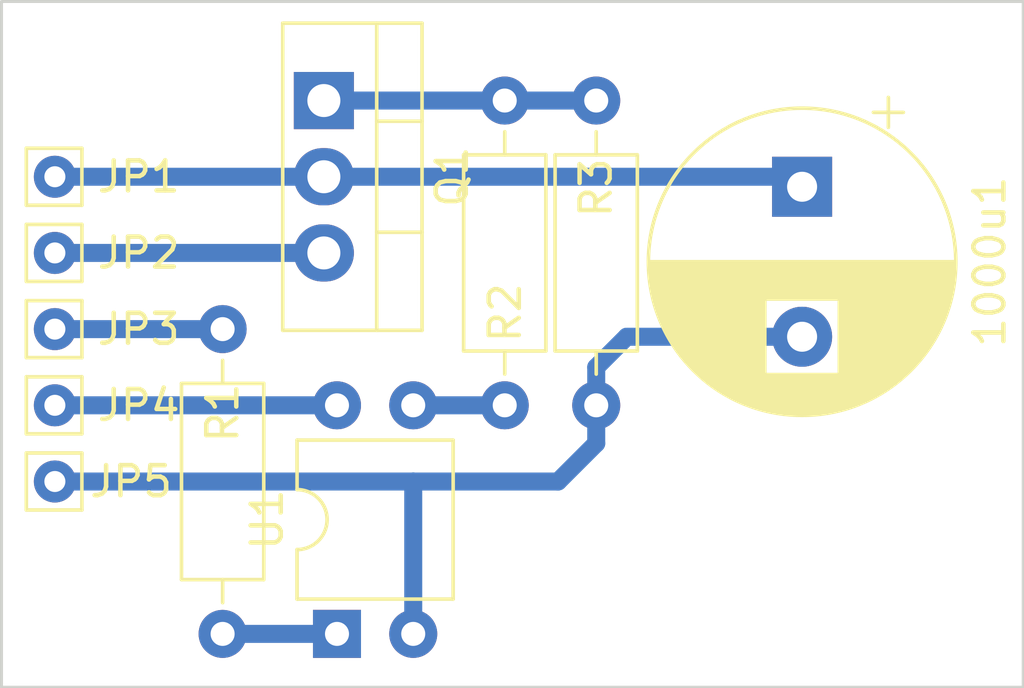
<source format=kicad_pcb>
(kicad_pcb (version 20211014) (generator pcbnew)
  (layers (0 "F.Cu" signal) (31 "B.Cu" signal) (34 "B.Paste" user) (35 "F.Paste" user) (36 "B.SilkS" user "B.Silkscreen") (37 "F.SilkS" user "F.Silkscreen") (38 "B.Mask" user) (39 "F.Mask" user) (44 "Edge.Cuts" user))
  (net 0 "")
  (net 1 "Net-(JP1-Pad1)")
  (net 2 "GND")
  (net 3 "Net-(JP2-Pad1)")
  (net 4 "Net-(JP3-Pad1)")
  (net 5 "Net-(JP4-Pad1)")
  (net 6 "Net-(Q1-Pad1)")
  (net 7 "Net-(R1-Pad2)")
  (net 8 "Net-(R2-Pad1)")
  (footprint "Package_DIP:DIP-4_W7.62mm" (layer "F.Cu") (at 140.97 108.712 90)
    (fp_text reference "U1" (at 3.81 -2.33 90) (layer "F.SilkS"))
    (fp_text value "SFH617A-1" hide)
    (fp_line (start 6.46 -1.33) (end 4.81 -1.33) (layer "F.SilkS") (width 0.12))
    (fp_line (start 1.16 -1.33) (end 1.16 3.87) (layer "F.SilkS") (width 0.12))
    (fp_line (start 2.81 -1.33) (end 1.16 -1.33) (layer "F.SilkS") (width 0.12))
    (fp_line (start 1.16 3.87) (end 6.46 3.87) (layer "F.SilkS") (width 0.12))
    (fp_line (start 6.46 3.87) (end 6.46 -1.33) (layer "F.SilkS") (width 0.12))
    (fp_arc (start 4.81 -1.33) (mid 3.81 -0.33) (end 2.81 -1.33) (layer "F.SilkS") (width 0.12))
    (pad "1" thru_hole rect locked (at 0 0 90) (size 1.6 1.6) (drill 0.8) (layers *.Cu *.Mask) (net 7 "Net-(R1-Pad2)"))
    (pad "2" thru_hole oval locked (at 0 2.54 90) (size 1.6 1.6) (drill 0.8) (layers *.Cu *.Mask) (net 2 "GND"))
    (pad "3" thru_hole oval locked (at 7.62 2.54 90) (size 1.6 1.6) (drill 0.8) (layers *.Cu *.Mask) (net 8 "Net-(R2-Pad1)"))
    (pad "4" thru_hole oval locked (at 7.62 0 90) (size 1.6 1.6) (drill 0.8) (layers *.Cu *.Mask) (net 5 "Net-(JP4-Pad1)"))
  )
  (footprint "Capacitor_THT:CP_Radial_D10.0mm_P5.00mm" (layer "F.Cu") (at 156.464 93.806 -90)
    (fp_text reference "1000u1" (at 2.5 -6.25 90) (layer "F.SilkS"))
    (fp_text value "C_Polarized" hide)
    (fp_line (start 5.221 1.241) (end 5.221 4.298) (layer "F.SilkS") (width 0.12))
    (fp_line (start 7.301 -1.742) (end 7.301 1.742) (layer "F.SilkS") (width 0.12))
    (fp_line (start 4.341 -4.738) (end 4.341 -1.241) (layer "F.SilkS") (width 0.12))
    (fp_line (start 6.141 1.241) (end 6.141 3.561) (layer "F.SilkS") (width 0.12))
    (fp_line (start 4.301 -4.754) (end 4.301 -1.241) (layer "F.SilkS") (width 0.12))
    (fp_line (start 5.501 -4.11) (end 5.501 -1.241) (layer "F.SilkS") (width 0.12))
    (fp_line (start 4.981 -4.44) (end 4.981 -1.241) (layer "F.SilkS") (width 0.12))
    (fp_line (start 6.261 -3.436) (end 6.261 3.436) (layer "F.SilkS") (width 0.12))
    (fp_line (start 7.261 -1.846) (end 7.261 1.846) (layer "F.SilkS") (width 0.12))
    (fp_line (start 5.941 -3.753) (end 5.941 -1.241) (layer "F.SilkS") (width 0.12))
    (fp_line (start 3.981 1.241) (end 3.981 4.862) (layer "F.SilkS") (width 0.12))
    (fp_line (start 3.941 1.241) (end 3.941 4.874) (layer "F.SilkS") (width 0.12))
    (fp_line (start 5.701 -3.957) (end 5.701 -1.241) (layer "F.SilkS") (width 0.12))
    (fp_line (start 6.461 -3.206) (end 6.461 3.206) (layer "F.SilkS") (width 0.12))
    (fp_line (start 6.221 1.241) (end 6.221 3.478) (layer "F.SilkS") (width 0.12))
    (fp_line (start 2.94 -5.062) (end 2.94 5.062) (layer "F.SilkS") (width 0.12))
    (fp_line (start 5.821 1.241) (end 5.821 3.858) (layer "F.SilkS") (width 0.12))
    (fp_line (start 3.301 -5.018) (end 3.301 5.018) (layer "F.SilkS") (width 0.12))
    (fp_line (start 4.221 1.241) (end 4.221 4.783) (layer "F.SilkS") (width 0.12))
    (fp_line (start 5.661 1.241) (end 5.661 3.989) (layer "F.SilkS") (width 0.12))
    (fp_line (start 5.821 -3.858) (end 5.821 -1.241) (layer "F.SilkS") (width 0.12))
    (fp_line (start 6.501 -3.156) (end 6.501 3.156) (layer "F.SilkS") (width 0.12))
    (fp_line (start 2.5 -5.08) (end 2.5 5.08) (layer "F.SilkS") (width 0.12))
    (fp_line (start 6.021 -3.679) (end 6.021 -1.241) (layer "F.SilkS") (width 0.12))
    (fp_line (start 3.661 -4.947) (end 3.661 4.947) (layer "F.SilkS") (width 0.12))
    (fp_line (start 4.781 -4.545) (end 4.781 -1.241) (layer "F.SilkS") (width 0.12))
    (fp_line (start 6.741 -2.83) (end 6.741 2.83) (layer "F.SilkS") (width 0.12))
    (fp_line (start 4.581 -4.639) (end 4.581 -1.241) (layer "F.SilkS") (width 0.12))
    (fp_line (start 4.701 -4.584) (end 4.701 -1.241) (layer "F.SilkS") (width 0.12))
    (fp_line (start 5.421 1.241) (end 5.421 4.166) (layer "F.SilkS") (width 0.12))
    (fp_line (start 4.421 1.241) (end 4.421 4.707) (layer "F.SilkS") (width 0.12))
    (fp_line (start 7.541 -0.862) (end 7.541 0.862) (layer "F.SilkS") (width 0.12))
    (fp_line (start 3.781 1.241) (end 3.781 4.918) (layer "F.SilkS") (width 0.12))
    (fp_line (start 4.981 1.241) (end 4.981 4.44) (layer "F.SilkS") (width 0.12))
    (fp_line (start 4.021 -4.85) (end 4.021 -1.241) (layer "F.SilkS") (width 0.12))
    (fp_line (start 3.861 1.241) (end 3.861 4.897) (layer "F.SilkS") (width 0.12))
    (fp_line (start 4.661 1.241) (end 4.661 4.603) (layer "F.SilkS") (width 0.12))
    (fp_line (start 5.261 1.241) (end 5.261 4.273) (layer "F.SilkS") (width 0.12))
    (fp_line (start 4.221 -4.783) (end 4.221 -1.241) (layer "F.SilkS") (width 0.12))
    (fp_line (start 4.181 -4.797) (end 4.181 -1.241) (layer "F.SilkS") (width 0.12))
    (fp_line (start 5.861 -3.824) (end 5.861 -1.241) (layer "F.SilkS") (width 0.12))
    (fp_line (start 7.381 -1.51) (end 7.381 1.51) (layer "F.SilkS") (width 0.12))
    (fp_line (start 7.061 -2.289) (end 7.061 2.289) (layer "F.SilkS") (width 0.12))
    (fp_line (start 3.14 -5.04) (end 3.14 5.04) (layer "F.SilkS") (width 0.12))
    (fp_line (start 7.141 -2.125) (end 7.141 2.125) (layer "F.SilkS") (width 0.12))
    (fp_line (start 5.181 1.241) (end 5.181 4.323) (layer "F.SilkS") (width 0.12))
    (fp_line (start 3.941 -4.874) (end 3.941 -1.241) (layer "F.SilkS") (width 0.12))
    (fp_line (start 2.62 -5.079) (end 2.62 5.079) (layer "F.SilkS") (width 0.12))
    (fp_line (start 3.861 -4.897) (end 3.861 -1.241) (layer "F.SilkS") (width 0.12))
    (fp_line (start 4.621 1.241) (end 4.621 4.621) (layer "F.SilkS") (width 0.12))
    (fp_line (start 6.221 -3.478) (end 6.221 -1.241) (layer "F.SilkS") (width 0.12))
    (fp_line (start 2.58 -5.08) (end 2.58 5.08) (layer "F.SilkS") (width 0.12))
    (fp_line (start 4.261 -4.768) (end 4.261 -1.241) (layer "F.SilkS") (width 0.12))
    (fp_line (start 5.981 -3.716) (end 5.981 -1.241) (layer "F.SilkS") (width 0.12))
    (fp_line (start 6.541 -3.106) (end 6.541 3.106) (layer "F.SilkS") (width 0.12))
    (fp_line (start 4.941 1.241) (end 4.941 4.462) (layer "F.SilkS") (width 0.12))
    (fp_line (start 5.021 -4.417) (end 5.021 -1.241) (layer "F.SilkS") (width 0.12))
    (fp_line (start 4.701 1.241) (end 4.701 4.584) (layer "F.SilkS") (width 0.12))
    (fp_line (start 4.781 1.241) (end 4.781 4.545) (layer "F.SilkS") (width 0.12))
    (fp_line (start 4.381 -4.723) (end 4.381 -1.241) (layer "F.SilkS") (width 0.12))
    (fp_line (start 4.741 -4.564) (end 4.741 -1.241) (layer "F.SilkS") (width 0.12))
    (fp_line (start 4.861 -4.504) (end 4.861 -1.241) (layer "F.SilkS") (width 0.12))
    (fp_line (start 4.901 -4.483) (end 4.901 -1.241) (layer "F.SilkS") (width 0.12))
    (fp_line (start 3.1 -5.045) (end 3.1 5.045) (layer "F.SilkS") (width 0.12))
    (fp_line (start 3.901 -4.885) (end 3.901 -1.241) (layer "F.SilkS") (width 0.12))
    (fp_line (start 4.501 -4.674) (end 4.501 -1.241) (layer "F.SilkS") (width 0.12))
    (fp_line (start 5.661 -3.989) (end 5.661 -1.241) (layer "F.SilkS") (width 0.12))
    (fp_line (start 5.341 1.241) (end 5.341 4.221) (layer "F.SilkS") (width 0.12))
    (fp_line (start 2.54 -5.08) (end 2.54 5.08) (layer "F.SilkS") (width 0.12))
    (fp_line (start 2.78 -5.073) (end 2.78 5.073) (layer "F.SilkS") (width 0.12))
    (fp_line (start 4.621 -4.621) (end 4.621 -1.241) (layer "F.SilkS") (width 0.12))
    (fp_line (start 3.02 -5.054) (end 3.02 5.054) (layer "F.SilkS") (width 0.12))
    (fp_line (start 4.941 -4.462) (end 4.941 -1.241) (layer "F.SilkS") (width 0.12))
    (fp_line (start 5.941 1.241) (end 5.941 3.753) (layer "F.SilkS") (width 0.12))
    (fp_line (start 5.421 -4.166) (end 5.421 -1.241) (layer "F.SilkS") (width 0.12))
    (fp_line (start 5.581 -4.05) (end 5.581 -1.241) (layer "F.SilkS") (width 0.12))
    (fp_line (start 4.581 1.241) (end 4.581 4.639) (layer "F.SilkS") (width 0.12))
    (fp_line (start -2.979646 -2.875) (end -1.979646 -2.875) (layer "F.SilkS") (width 0.12))
    (fp_line (start 3.821 1.241) (end 3.821 4.907) (layer "F.SilkS") (width 0.12))
    (fp_line (start 6.021 1.241) (end 6.021 3.679) (layer "F.SilkS") (width 0.12))
    (fp_line (start 5.301 1.241) (end 5.301 4.247) (layer "F.SilkS") (width 0.12))
    (fp_line (start 4.461 1.241) (end 4.461 4.69) (layer "F.SilkS") (width 0.12))
    (fp_line (start 6.661 -2.945) (end 6.661 2.945) (layer "F.SilkS") (width 0.12))
    (fp_line (start 6.061 1.241) (end 6.061 3.64) (layer "F.SilkS") (width 0.12))
    (fp_line (start 3.621 -4.956) (end 3.621 4.956) (layer "F.SilkS") (width 0.12))
    (fp_line (start 5.341 -4.221) (end 5.341 -1.241) (layer "F.SilkS") (width 0.12))
    (fp_line (start 4.341 1.241) (end 4.341 4.738) (layer "F.SilkS") (width 0.12))
    (fp_line (start 5.781 -3.892) (end 5.781 -1.241) (layer "F.SilkS") (width 0.12))
    (fp_line (start 3.701 -4.938) (end 3.701 4.938) (layer "F.SilkS") (width 0.12))
    (fp_line (start 2.82 -5.07) (end 2.82 5.07) (layer "F.SilkS") (width 0.12))
    (fp_line (start 2.9 -5.065) (end 2.9 5.065) (layer "F.SilkS") (width 0.12))
    (fp_line (start 2.7 -5.077) (end 2.7 5.077) (layer "F.SilkS") (width 0.12))
    (fp_line (start 3.341 -5.011) (end 3.341 5.011) (layer "F.SilkS") (width 0.12))
    (fp_line (start 6.341 -3.347) (end 6.341 3.347) (layer "F.SilkS") (width 0.12))
    (fp_line (start 4.541 -4.657) (end 4.541 -1.241) (layer "F.SilkS") (width 0.12))
    (fp_line (start 3.421 -4.997) (end 3.421 4.997) (layer "F.SilkS") (width 0.12))
    (fp_line (start 7.181 -2.037) (end 7.181 2.037) (layer "F.SilkS") (width 0.12))
    (fp_line (start 5.181 -4.323) (end 5.181 -1.241) (layer "F.SilkS") (width 0.12))
    (fp_line (start 6.941 -2.51) (end 6.941 2.51) (layer "F.SilkS") (width 0.12))
    (fp_line (start 6.861 -2.645) (end 6.861 2.645) (layer "F.SilkS") (width 0.12))
    (fp_line (start 4.381 1.241) (end 4.381 4.723) (layer "F.SilkS") (width 0.12))
    (fp_line (start 5.061 -4.395) (end 5.061 -1.241) (layer "F.SilkS") (width 0.12))
    (fp_line (start 4.181 1.241) (end 4.181 4.797) (layer "F.SilkS") (width 0.12))
    (fp_line (start 5.861 1.241) (end 5.861 3.824) (layer "F.SilkS") (width 0.12))
    (fp_line (start 3.821 -4.907) (end 3.821 -1.241) (layer "F.SilkS") (width 0.12))
    (fp_line (start 3.781 -4.918) (end 3.781 -1.241) (layer "F.SilkS") (width 0.12))
    (fp_line (start 5.221 -4.298) (end 5.221 -1.241) (layer "F.SilkS") (width 0.12))
    (fp_line (start 4.861 1.241) (end 4.861 4.504) (layer "F.SilkS") (width 0.12))
    (fp_line (start 4.301 1.241) (end 4.301 4.754) (layer "F.SilkS") (width 0.12))
    (fp_line (start 5.541 -4.08) (end 5.541 -1.241) (layer "F.SilkS") (width 0.12))
    (fp_line (start 2.74 -5.075) (end 2.74 5.075) (layer "F.SilkS") (width 0.12))
    (fp_line (start 5.701 1.241) (end 5.701 3.957) (layer "F.SilkS") (width 0.12))
    (fp_line (start 3.221 -5.03) (end 3.221 5.03) (layer "F.SilkS") (width 0.12))
    (fp_line (start 5.021 1.241) (end 5.021 4.417) (layer "F.SilkS") (width 0.12))
    (fp_line (start 6.701 -2.889) (end 6.701 2.889) (layer "F.SilkS") (width 0.12))
    (fp_line (start 5.461 -4.138) (end 5.461 -1.241) (layer "F.SilkS") (width 0.12))
    (fp_line (start 4.821 -4.525) (end 4.821 -1.241) (layer "F.SilkS") (width 0.12))
    (fp_line (start 4.541 1.241) (end 4.541 4.657) (layer "F.SilkS") (width 0.12))
    (fp_line (start 5.621 1.241) (end 5.621 4.02) (layer "F.SilkS") (width 0.12))
    (fp_line (start 4.421 -4.707) (end 4.421 -1.241) (layer "F.SilkS") (width 0.12))
    (fp_line (start 3.541 -4.974) (end 3.541 4.974) (layer "F.SilkS") (width 0.12))
    (fp_line (start 5.461 1.241) (end 5.461 4.138) (layer "F.SilkS") (width 0.12))
    (fp_line (start 6.981 -2.439) (end 6.981 2.439) (layer "F.SilkS") (width 0.12))
    (fp_line (start 2.86 -5.068) (end 2.86 5.068) (layer "F.SilkS") (width 0.12))
    (fp_line (start 3.581 -4.965) (end 3.581 4.965) (layer "F.SilkS") (width 0.12))
    (fp_line (start 7.501 -1.062) (end 7.501 1.062) (layer "F.SilkS") (width 0.12))
    (fp_line (start 3.981 -4.862) (end 3.981 -1.241) (layer "F.SilkS") (width 0.12))
    (fp_line (start 5.061 1.241) (end 5.061 4.395) (layer "F.SilkS") (width 0.12))
    (fp_line (start 6.061 -3.64) (end 6.061 -1.241) (layer "F.SilkS") (width 0.12))
    (fp_line (start 6.581 -3.054) (end 6.581 3.054) (layer "F.SilkS") (width 0.12))
    (fp_line (start 5.541 1.241) (end 5.541 4.08) (layer "F.SilkS") (width 0.12))
    (fp_line (start 5.381 1.241) (end 5.381 4.194) (layer "F.SilkS") (width 0.12))
    (fp_line (start 6.141 -3.561) (end 6.141 -1.241) (layer "F.SilkS") (width 0.12))
    (fp_line (start 6.181 1.241) (end 6.181 3.52) (layer "F.SilkS") (width 0.12))
    (fp_line (start 7.101 -2.209) (end 7.101 2.209) (layer "F.SilkS") (width 0.12))
    (fp_line (start 4.141 1.241) (end 4.141 4.811) (layer "F.SilkS") (width 0.12))
    (fp_line (start 4.141 -4.811) (end 4.141 -1.241) (layer "F.SilkS") (width 0.12))
    (fp_line (start 6.181 -3.52) (end 6.181 -1.241) (layer "F.SilkS") (width 0.12))
    (fp_line (start 3.18 -5.035) (end 3.18 5.035) (layer "F.SilkS") (width 0.12))
    (fp_line (start 4.661 -4.603) (end 4.661 -1.241) (layer "F.SilkS") (width 0.12))
    (fp_line (start 5.141 -4.347) (end 5.141 -1.241) (layer "F.SilkS") (width 0.12))
    (fp_line (start 4.461 -4.69) (end 4.461 -1.241) (layer "F.SilkS") (width 0.12))
    (fp_line (start 5.141 1.241) (end 5.141 4.347) (layer "F.SilkS") (width 0.12))
    (fp_line (start 7.421 -1.378) (end 7.421 1.378) (layer "F.SilkS") (width 0.12))
    (fp_line (start 3.06 -5.05) (end 3.06 5.05) (layer "F.SilkS") (width 0.12))
    (fp_line (start 6.101 -3.601) (end 6.101 -1.241) (layer "F.SilkS") (width 0.12))
    (fp_line (start 7.461 -1.23) (end 7.461 1.23) (layer "F.SilkS") (width 0.12))
    (fp_line (start 2.98 -5.058) (end 2.98 5.058) (layer "F.SilkS") (width 0.12))
    (fp_line (start 4.101 -4.824) (end 4.101 -1.241) (layer "F.SilkS") (width 0.12))
    (fp_line (start 6.621 -3) (end 6.621 3) (layer "F.SilkS") (width 0.12))
    (fp_line (start 4.261 1.241) (end 4.261 4.768) (layer "F.SilkS") (width 0.12))
    (fp_line (start 4.741 1.241) (end 4.741 4.564) (layer "F.SilkS") (width 0.12))
    (fp_line (start 5.261 -4.273) (end 5.261 -1.241) (layer "F.SilkS") (width 0.12))
    (fp_line (start 4.061 -4.837) (end 4.061 -1.241) (layer "F.SilkS") (width 0.12))
    (fp_line (start 4.021 1.241) (end 4.021 4.85) (layer "F.SilkS") (width 0.12))
    (fp_line (start 6.821 -2.709) (end 6.821 2.709) (layer "F.SilkS") (width 0.12))
    (fp_line (start 6.421 -3.254) (end 6.421 3.254) (layer "F.SilkS") (width 0.12))
    (fp_line (start 4.901 1.241) (end 4.901 4.483) (layer "F.SilkS") (width 0.12))
    (fp_line (start 4.061 1.241) (end 4.061 4.837) (layer "F.SilkS") (width 0.12))
    (fp_line (start 3.741 -4.928) (end 3.741 4.928) (layer "F.SilkS") (width 0.12))
    (fp_line (start 3.501 -4.982) (end 3.501 4.982) (layer "F.SilkS") (width 0.12))
    (fp_line (start 7.341 -1.63) (end 7.341 1.63) (layer "F.SilkS") (width 0.12))
    (fp_line (start 5.501 1.241) (end 5.501 4.11) (layer "F.SilkS") (width 0.12))
    (fp_line (start 6.301 -3.392) (end 6.301 3.392) (layer "F.SilkS") (width 0.12))
    (fp_line (start 3.461 -4.99) (end 3.461 4.99) (layer "F.SilkS") (width 0.12))
    (fp_line (start 6.901 -2.579) (end 6.901 2.579) (layer "F.SilkS") (width 0.12))
    (fp_line (start 7.221 -1.944) (end 7.221 1.944) (layer "F.SilkS") (width 0.12))
    (fp_line (start 4.821 1.241) (end 4.821 4.525) (layer "F.SilkS") (width 0.12))
    (fp_line (start 3.261 -5.024) (end 3.261 5.024) (layer "F.SilkS") (width 0.12))
    (fp_line (start 5.581 1.241) (end 5.581 4.05) (layer "F.SilkS") (width 0.12))
    (fp_line (start 5.741 -3.925) (end 5.741 -1.241) (layer "F.SilkS") (width 0.12))
    (fp_line (start 5.741 1.241) (end 5.741 3.925) (layer "F.SilkS") (width 0.12))
    (fp_line (start 5.981 1.241) (end 5.981 3.716) (layer "F.SilkS") (width 0.12))
    (fp_line (start 5.381 -4.194) (end 5.381 -1.241) (layer "F.SilkS") (width 0.12))
    (fp_line (start 3.381 -5.004) (end 3.381 5.004) (layer "F.SilkS") (width 0.12))
    (fp_line (start 5.781 1.241) (end 5.781 3.892) (layer "F.SilkS") (width 0.12))
    (fp_line (start 6.381 -3.301) (end 6.381 3.301) (layer "F.SilkS") (width 0.12))
    (fp_line (start 5.301 -4.247) (end 5.301 -1.241) (layer "F.SilkS") (width 0.12))
    (fp_line (start 4.101 1.241) (end 4.101 4.824) (layer "F.SilkS") (width 0.12))
    (fp_line (start 4.501 1.241) (end 4.501 4.674) (layer "F.SilkS") (width 0.12))
    (fp_line (start 5.101 -4.371) (end 5.101 -1.241) (layer "F.SilkS") (width 0.12))
    (fp_line (start 5.901 -3.789) (end 5.901 -1.241) (layer "F.SilkS") (width 0.12))
    (fp_line (start 5.101 1.241) (end 5.101 4.371) (layer "F.SilkS") (width 0.12))
    (fp_line (start 2.66 -5.078) (end 2.66 5.078) (layer "F.SilkS") (width 0.12))
    (fp_line (start -2.479646 -3.375) (end -2.479646 -2.375) (layer "F.SilkS") (width 0.12))
    (fp_line (start 5.901 1.241) (end 5.901 3.789) (layer "F.SilkS") (width 0.12))
    (fp_line (start 6.101 1.241) (end 6.101 3.601) (layer "F.SilkS") (width 0.12))
    (fp_line (start 7.581 -0.599) (end 7.581 0.599) (layer "F.SilkS") (width 0.12))
    (fp_line (start 7.021 -2.365) (end 7.021 2.365) (layer "F.SilkS") (width 0.12))
    (fp_line (start 5.621 -4.02) (end 5.621 -1.241) (layer "F.SilkS") (width 0.12))
    (fp_line (start 3.901 1.241) (end 3.901 4.885) (layer "F.SilkS") (width 0.12))
    (fp_line (start 6.781 -2.77) (end 6.781 2.77) (layer "F.SilkS") (width 0.12))
    (fp_circle (center 2.5 0) (end 7.62 0) (layer "F.SilkS") (width 0.12) (fill none))
    (pad "1" thru_hole rect locked (at 0 0 270) (size 2 2) (drill 1) (layers *.Cu *.Mask) (net 1 "Net-(JP1-Pad1)"))
    (pad "2" thru_hole circle locked (at 5 0 270) (size 2 2) (drill 1) (layers *.Cu *.Mask) (net 2 "GND"))
  )
  (footprint "Connector_Pin:Pin_D0.7mm_L6.5mm_W1.8mm_FlatFork" (layer "F.Cu") (at 131.572 93.472)
    (fp_text reference "JP1" (at 2.794 0) (layer "F.SilkS"))
    (fp_text value "PINHD-1X1" hide)
    (fp_line (start 0.9 -0.9) (end 0.9 -0.95) (layer "F.SilkS") (width 0.12))
    (fp_line (start 0.9 0.95) (end 0.9 -0.9) (layer "F.SilkS") (width 0.12))
    (fp_line (start 0.9 -0.95) (end -0.95 -0.95) (layer "F.SilkS") (width 0.12))
    (fp_line (start -0.95 0.95) (end 0.9 0.95) (layer "F.SilkS") (width 0.12))
    (fp_line (start -0.95 -0.95) (end -0.95 0.95) (layer "F.SilkS") (width 0.12))
    (pad "1" thru_hole circle locked (at 0 0) (size 1.4 1.4) (drill 0.7) (layers *.Cu *.Mask) (net 1 "Net-(JP1-Pad1)"))
  )
  (footprint "Connector_Pin:Pin_D0.7mm_L6.5mm_W1.8mm_FlatFork" (layer "F.Cu") (at 131.572 103.632)
    (fp_text reference "JP5" (at 2.54 0) (layer "F.SilkS"))
    (fp_text value "PINHD-1X1" hide)
    (fp_line (start 0.9 -0.9) (end 0.9 -0.95) (layer "F.SilkS") (width 0.12))
    (fp_line (start 0.9 0.95) (end 0.9 -0.9) (layer "F.SilkS") (width 0.12))
    (fp_line (start -0.95 -0.95) (end -0.95 0.95) (layer "F.SilkS") (width 0.12))
    (fp_line (start -0.95 0.95) (end 0.9 0.95) (layer "F.SilkS") (width 0.12))
    (fp_line (start 0.9 -0.95) (end -0.95 -0.95) (layer "F.SilkS") (width 0.12))
    (pad "1" thru_hole circle locked (at 0 0) (size 1.4 1.4) (drill 0.7) (layers *.Cu *.Mask) (net 2 "GND"))
  )
  (footprint "Resistor_THT:R_Axial_DIN0207_L6.3mm_D2.5mm_P10.16mm_Horizontal" (layer "F.Cu") (at 146.558 101.092 90)
    (fp_text reference "R2" (at 3.084 0.012 90) (layer "F.SilkS"))
    (fp_text value "10k")
    (fp_line (start 8.35 -1.37) (end 1.81 -1.37) (layer "F.SilkS") (width 0.12))
    (fp_line (start 1.81 1.37) (end 8.35 1.37) (layer "F.SilkS") (width 0.12))
    (fp_line (start 1.04 0) (end 1.81 0) (layer "F.SilkS") (width 0.12))
    (fp_line (start 1.81 -1.37) (end 1.81 1.37) (layer "F.SilkS") (width 0.12))
    (fp_line (start 9.12 0) (end 8.35 0) (layer "F.SilkS") (width 0.12))
    (fp_line (start 8.35 1.37) (end 8.35 -1.37) (layer "F.SilkS") (width 0.12))
    (pad "1" thru_hole circle locked (at 0 0 90) (size 1.6 1.6) (drill 0.8) (layers *.Cu *.Mask) (net 8 "Net-(R2-Pad1)"))
    (pad "2" thru_hole oval locked (at 10.16 0 90) (size 1.6 1.6) (drill 0.8) (layers *.Cu *.Mask) (net 6 "Net-(Q1-Pad1)"))
  )
  (footprint "Connector_Pin:Pin_D0.7mm_L6.5mm_W1.8mm_FlatFork" (layer "F.Cu") (at 131.572 98.552)
    (fp_text reference "JP3" (at 2.794 0) (layer "F.SilkS"))
    (fp_text value "PINHD-1X1" hide)
    (fp_line (start 0.9 -0.9) (end 0.9 -0.95) (layer "F.SilkS") (width 0.12))
    (fp_line (start -0.95 0.95) (end 0.9 0.95) (layer "F.SilkS") (width 0.12))
    (fp_line (start 0.9 -0.95) (end -0.95 -0.95) (layer "F.SilkS") (width 0.12))
    (fp_line (start -0.95 -0.95) (end -0.95 0.95) (layer "F.SilkS") (width 0.12))
    (fp_line (start 0.9 0.95) (end 0.9 -0.9) (layer "F.SilkS") (width 0.12))
    (pad "1" thru_hole circle locked (at 0 0) (size 1.4 1.4) (drill 0.7) (layers *.Cu *.Mask) (net 4 "Net-(JP3-Pad1)"))
  )
  (footprint "Package_TO_SOT_THT:TO-220-3_Vertical" (layer "F.Cu") (at 140.533 90.932 -90)
    (fp_text reference "Q1" (at 2.54 -4.27 90) (layer "F.SilkS"))
    (fp_text value "BUZ11")
    (fp_line (start 7.66 -3.27) (end 7.66 1.371) (layer "F.SilkS") (width 0.12))
    (fp_line (start -2.58 -3.27) (end -2.58 1.371) (layer "F.SilkS") (width 0.12))
    (fp_line (start 0.69 -3.27) (end 0.69 -1.76) (layer "F.SilkS") (width 0.12))
    (fp_line (start -2.58 -3.27) (end 7.66 -3.27) (layer "F.SilkS") (width 0.12))
    (fp_line (start 4.391 -3.27) (end 4.391 -1.76) (layer "F.SilkS") (width 0.12))
    (fp_line (start -2.58 1.371) (end 7.66 1.371) (layer "F.SilkS") (width 0.12))
    (fp_line (start -2.58 -1.76) (end 7.66 -1.76) (layer "F.SilkS") (width 0.12))
    (pad "1" thru_hole rect locked (at 0 0 270) (size 1.905 2) (drill 1.1) (layers *.Cu *.Mask) (net 6 "Net-(Q1-Pad1)"))
    (pad "2" thru_hole oval locked (at 2.54 0 270) (size 1.905 2) (drill 1.1) (layers *.Cu *.Mask) (net 1 "Net-(JP1-Pad1)"))
    (pad "3" thru_hole oval locked (at 5.08 0 270) (size 1.905 2) (drill 1.1) (layers *.Cu *.Mask) (net 3 "Net-(JP2-Pad1)"))
  )
  (footprint "Resistor_THT:R_Axial_DIN0207_L6.3mm_D2.5mm_P10.16mm_Horizontal" (layer "F.Cu") (at 149.606 90.932 -90)
    (fp_text reference "R3" (at 2.910806 0.009352 90) (layer "F.SilkS"))
    (fp_text value "100k")
    (fp_line (start 1.04 0) (end 1.81 0) (layer "F.SilkS") (width 0.12))
    (fp_line (start 8.35 -1.37) (end 1.81 -1.37) (layer "F.SilkS") (width 0.12))
    (fp_line (start 1.81 -1.37) (end 1.81 1.37) (layer "F.SilkS") (width 0.12))
    (fp_line (start 9.12 0) (end 8.35 0) (layer "F.SilkS") (width 0.12))
    (fp_line (start 1.81 1.37) (end 8.35 1.37) (layer "F.SilkS") (width 0.12))
    (fp_line (start 8.35 1.37) (end 8.35 -1.37) (layer "F.SilkS") (width 0.12))
    (pad "1" thru_hole circle locked (at 0 0 270) (size 1.6 1.6) (drill 0.8) (layers *.Cu *.Mask) (net 6 "Net-(Q1-Pad1)"))
    (pad "2" thru_hole oval locked (at 10.16 0 270) (size 1.6 1.6) (drill 0.8) (layers *.Cu *.Mask) (net 2 "GND"))
  )
  (footprint "Connector_Pin:Pin_D0.7mm_L6.5mm_W1.8mm_FlatFork" (layer "F.Cu") (at 131.572 96.012)
    (fp_text reference "JP2" (at 2.794 0) (layer "F.SilkS"))
    (fp_text value "PINHD-1X1" hide)
    (fp_line (start 0.9 0.95) (end 0.9 -0.9) (layer "F.SilkS") (width 0.12))
    (fp_line (start -0.95 0.95) (end 0.9 0.95) (layer "F.SilkS") (width 0.12))
    (fp_line (start 0.9 -0.9) (end 0.9 -0.95) (layer "F.SilkS") (width 0.12))
    (fp_line (start 0.9 -0.95) (end -0.95 -0.95) (layer "F.SilkS") (width 0.12))
    (fp_line (start -0.95 -0.95) (end -0.95 0.95) (layer "F.SilkS") (width 0.12))
    (pad "1" thru_hole circle locked (at 0 0) (size 1.4 1.4) (drill 0.7) (layers *.Cu *.Mask) (net 3 "Net-(JP2-Pad1)"))
  )
  (footprint "Connector_Pin:Pin_D0.7mm_L6.5mm_W1.8mm_FlatFork" (layer "F.Cu") (at 131.572 101.092)
    (fp_text reference "JP4" (at 2.794 0) (layer "F.SilkS"))
    (fp_text value "PINHD-1X1" hide)
    (fp_line (start -0.95 -0.95) (end -0.95 0.95) (layer "F.SilkS") (width 0.12))
    (fp_line (start -0.95 0.95) (end 0.9 0.95) (layer "F.SilkS") (width 0.12))
    (fp_line (start 0.9 -0.95) (end -0.95 -0.95) (layer "F.SilkS") (width 0.12))
    (fp_line (start 0.9 0.95) (end 0.9 -0.9) (layer "F.SilkS") (width 0.12))
    (fp_line (start 0.9 -0.9) (end 0.9 -0.95) (layer "F.SilkS") (width 0.12))
    (pad "1" thru_hole circle locked (at 0 0) (size 1.4 1.4) (drill 0.7) (layers *.Cu *.Mask) (net 5 "Net-(JP4-Pad1)"))
  )
  (footprint "Resistor_THT:R_Axial_DIN0207_L6.3mm_D2.5mm_P10.16mm_Horizontal" (layer "F.Cu") (at 137.16 98.552 -90)
    (fp_text reference "R1" (at 2.794 0 90) (layer "F.SilkS"))
    (fp_text value "330")
    (fp_line (start 1.81 1.37) (end 8.35 1.37) (layer "F.SilkS") (width 0.12))
    (fp_line (start 9.12 0) (end 8.35 0) (layer "F.SilkS") (width 0.12))
    (fp_line (start 1.04 0) (end 1.81 0) (layer "F.SilkS") (width 0.12))
    (fp_line (start 1.81 -1.37) (end 1.81 1.37) (layer "F.SilkS") (width 0.12))
    (fp_line (start 8.35 1.37) (end 8.35 -1.37) (layer "F.SilkS") (width 0.12))
    (fp_line (start 8.35 -1.37) (end 1.81 -1.37) (layer "F.SilkS") (width 0.12))
    (pad "1" thru_hole circle locked (at 0 0 270) (size 1.6 1.6) (drill 0.8) (layers *.Cu *.Mask) (net 4 "Net-(JP3-Pad1)"))
    (pad "2" thru_hole oval locked (at 10.16 0 270) (size 1.6 1.6) (drill 0.8) (layers *.Cu *.Mask) (net 7 "Net-(R1-Pad2)"))
  )
  (gr_rect (start 129.794 87.63) (end 163.83 110.49) (layer "Edge.Cuts") (width 0.1) (fill none))
  (segment (start 131.572 93.472) (end 156.13 93.472) (width 0.6) (layer "B.Cu") (net 1))
  (segment (start 156.13 93.472) (end 156.464 93.806) (width 0.6) (layer "B.Cu") (net 1))
  (segment (start 150.622 98.806) (end 149.606 99.822) (width 0.6) (layer "B.Cu") (net 2))
  (segment (start 143.51 108.712) (end 143.51 103.632) (width 0.6) (layer "B.Cu") (net 2))
  (segment (start 149.606 99.822) (end 149.606 101.092) (width 0.6) (layer "B.Cu") (net 2))
  (segment (start 131.572 103.632) (end 143.51 103.632) (width 0.6) (layer "B.Cu") (net 2))
  (segment (start 148.336 103.632) (end 149.606 102.362) (width 0.6) (layer "B.Cu") (net 2))
  (segment (start 149.606 102.362) (end 149.606 101.092) (width 0.6) (layer "B.Cu") (net 2))
  (segment (start 143.51 103.632) (end 148.336 103.632) (width 0.6) (layer "B.Cu") (net 2))
  (segment (start 156.464 98.806) (end 150.622 98.806) (width 0.6) (layer "B.Cu") (net 2))
  (segment (start 131.572 96.012) (end 140.533 96.012) (width 0.6) (layer "B.Cu") (net 3))
  (segment (start 131.572 98.552) (end 137.16 98.552) (width 0.6) (layer "B.Cu") (net 4))
  (segment (start 131.572 101.092) (end 140.97 101.092) (width 0.6) (layer "B.Cu") (net 5))
  (segment (start 140.533 90.932) (end 149.606 90.932) (width 0.6) (layer "B.Cu") (net 6))
  (segment (start 137.16 108.712) (end 140.97 108.712) (width 0.6) (layer "B.Cu") (net 7))
  (segment (start 143.51 101.092) (end 146.558 101.092) (width 0.6) (layer "B.Cu") (net 8))
)
</source>
